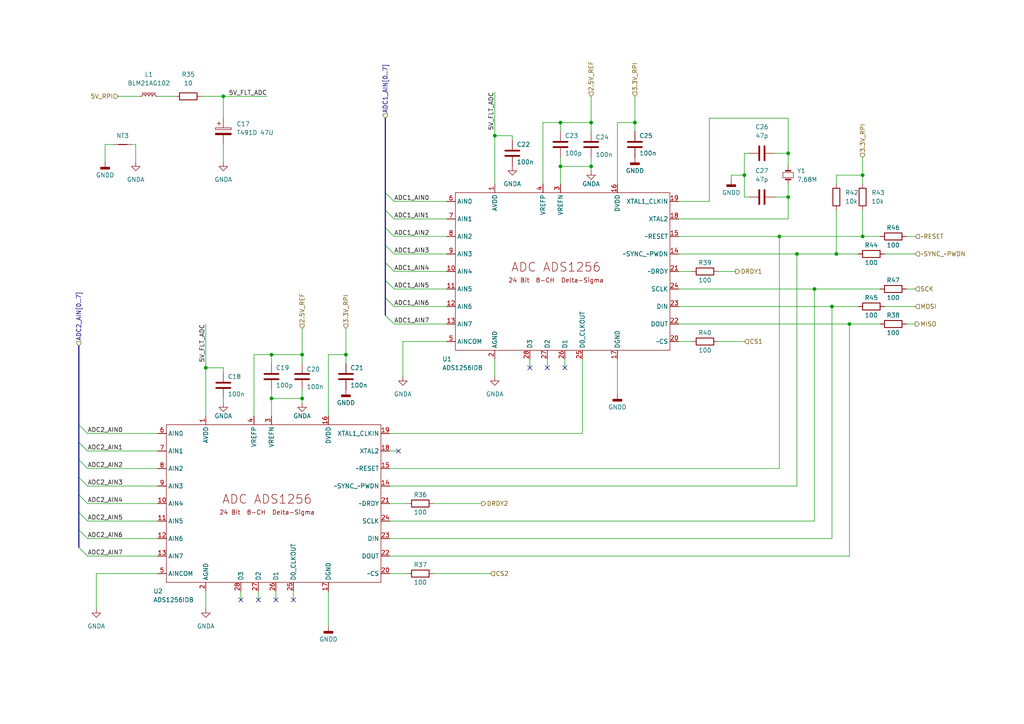
<source format=kicad_sch>
(kicad_sch (version 20211123) (generator eeschema)
  (paper "A4")
  (title_block (title "ADC Circuit") (date "2022-05-02") (rev "0.2.1") (company "U. Lukas"))
  (lib_symbols
    (symbol "Device:C" (pin_numbers hide) (pin_names (offset 0.254))
      (property "Reference" "C" (at 0.635 2.54 0))
      (property "Value" "C" (at 0.635 -2.54 0))
      (symbol "C_0_1"
        (polyline (pts (xy -2.032 -0.762) (xy 2.032 -0.762)) (stroke (width 0.508)))
        (polyline (pts (xy -2.032 0.762) (xy 2.032 0.762)) (stroke (width 0.508)))
      )
      (symbol "C_1_1"
        (pin passive line (at 0 3.81 270) (length 2.794) (name "~") (number "1"))
        (pin passive line (at 0 -3.81 90) (length 2.794) (name "~") (number "2"))
      )
    )
    (symbol "Device:C_Polarized" (pin_numbers hide) (pin_names (offset 0.254))
      (property "Reference" "C" (at 0.635 2.54 0))
      (property "Value" "C_Polarized" (at 0.635 -2.54 0))
      (symbol "C_Polarized_0_1"
        (rectangle (start -2.286 0.508) (end 2.286 1.016))
        (polyline (pts (xy -1.778 2.286) (xy -0.762 2.286)))
        (polyline (pts (xy -1.27 2.794) (xy -1.27 1.778)))
        (rectangle (start 2.286 -0.508) (end -2.286 -1.016) (fill (type outline)))
      )
      (symbol "C_Polarized_1_1"
        (pin passive line (at 0 3.81 270) (length 2.794) (name "~") (number "1"))
        (pin passive line (at 0 -3.81 90) (length 2.794) (name "~") (number "2"))
      )
    )
    (symbol "Device:Crystal_Small" (pin_numbers hide) (pin_names (offset 1.016) hide)
      (property "Reference" "Y" (at 0 2.54 0))
      (property "Value" "Crystal_Small" (at 0 -2.54 0))
      (symbol "Crystal_Small_0_1"
        (rectangle (start -0.762 -1.524) (end 0.762 1.524))
        (polyline (pts (xy -1.27 -0.762) (xy -1.27 0.762)) (stroke (width 0.381)))
        (polyline (pts (xy 1.27 -0.762) (xy 1.27 0.762)) (stroke (width 0.381)))
      )
      (symbol "Crystal_Small_1_1"
        (pin passive line (at -2.54 0 0) (length 1.27) (name "1") (number "1"))
        (pin passive line (at 2.54 0 180) (length 1.27) (name "2") (number "2"))
      )
    )
    (symbol "Device:L_Ferrite_Small" (pin_numbers hide) (pin_names (offset 0.254) hide)
      (property "Reference" "L" (at 1.27 1.016 0))
      (property "Value" "L_Ferrite_Small" (at 1.27 -1.27 0))
      (symbol "L_Ferrite_Small_0_1"
        (arc (start 0 -2.032) (mid 0.508 -1.524) (end 0 -1.016))
        (arc (start 0 -1.016) (mid 0.508 -0.508) (end 0 0))
        (polyline (pts (xy 0.762 -1.905) (xy 0.762 -1.651)))
        (polyline (pts (xy 0.762 -1.397) (xy 0.762 -1.143)))
        (polyline (pts (xy 0.762 -0.889) (xy 0.762 -0.635)))
        (polyline (pts (xy 0.762 -0.381) (xy 0.762 -0.127)))
        (polyline (pts (xy 0.762 0.127) (xy 0.762 0.381)))
        (polyline (pts (xy 0.762 0.635) (xy 0.762 0.889)))
        (polyline (pts (xy 0.762 1.143) (xy 0.762 1.397)))
        (polyline (pts (xy 0.762 1.651) (xy 0.762 1.905)))
        (polyline (pts (xy 1.016 -1.651) (xy 1.016 -1.905)))
        (polyline (pts (xy 1.016 -1.143) (xy 1.016 -1.397)))
        (polyline (pts (xy 1.016 -0.635) (xy 1.016 -0.889)))
        (polyline (pts (xy 1.016 -0.127) (xy 1.016 -0.381)))
        (polyline (pts (xy 1.016 0.381) (xy 1.016 0.127)))
        (polyline (pts (xy 1.016 0.889) (xy 1.016 0.635)))
        (polyline (pts (xy 1.016 1.397) (xy 1.016 1.143)))
        (polyline (pts (xy 1.016 1.905) (xy 1.016 1.651)))
        (arc (start 0 0) (mid 0.508 0.508) (end 0 1.016))
        (arc (start 0 1.016) (mid 0.508 1.524) (end 0 2.032))
      )
      (symbol "L_Ferrite_Small_1_1"
        (pin passive line (at 0 2.54 270) (length 0.508) (name "~") (number "1"))
        (pin passive line (at 0 -2.54 90) (length 0.508) (name "~") (number "2"))
      )
    )
    (symbol "Device:NetTie_2" (pin_numbers hide) (pin_names (offset 0) hide)
      (property "Reference" "NT" (at 0 1.27 0))
      (property "Value" "NetTie_2" (at 0 -1.27 0))
      (symbol "NetTie_2_0_1"
        (polyline (pts (xy -1.27 0) (xy 1.27 0)) (stroke (width 0.254)))
      )
      (symbol "NetTie_2_1_1"
        (pin passive line (at -2.54 0 0) (length 2.54) (name "1") (number "1"))
        (pin passive line (at 2.54 0 180) (length 2.54) (name "2") (number "2"))
      )
    )
    (symbol "Device:R" (pin_numbers hide) (pin_names (offset 0))
      (property "Reference" "R" (at 2.032 0 90))
      (property "Value" "R" (at 0 0 90))
      (symbol "R_0_1"
        (rectangle (start -1.016 -2.54) (end 1.016 2.54) (stroke (width 0.254)))
      )
      (symbol "R_1_1"
        (pin passive line (at 0 3.81 270) (length 1.27) (name "~") (number "1"))
        (pin passive line (at 0 -3.81 90) (length 1.27) (name "~") (number "2"))
      )
    )
    (symbol "lib_ul:ADS1256IDB"
      (property "Reference" "U" (at 25.4 -24.13 0))
      (property "Value" "ADS1256IDB" (at 30.48 -26.67 0))
      (symbol "ADS1256IDB_0_0"
        (text "24 Bit  8-CH  Delta-Sigma" (at 0 -1.27 0) (effects (font (size 1.27 1.27))))
        (text "ADC ADS1256" (at 0 2.54 0) (effects (font (size 2.54 2.54))))
      )
      (symbol "ADS1256IDB_0_1"
        (rectangle (start -29.21 24.13) (end 33.02 -21.59))
      )
      (symbol "ADS1256IDB_1_1"
        (pin power_in line (at -17.78 26.67 270) (length 2.54) (name "AVDD") (number "1"))
        (pin input line (at -31.75 1.27 0) (length 2.54) (name "AIN4") (number "10"))
        (pin input line (at -31.75 -3.81 0) (length 2.54) (name "AIN5") (number "11"))
        (pin input line (at -31.75 -8.89 0) (length 2.54) (name "AIN6") (number "12"))
        (pin input line (at -31.75 -13.97 0) (length 2.54) (name "AIN7") (number "13"))
        (pin input line (at 35.56 6.35 180) (length 2.54) (name "~SYNC_~PWDN") (number "14"))
        (pin input line (at 35.56 11.43 180) (length 2.54) (name "~RESET") (number "15"))
        (pin power_in line (at 17.78 26.67 270) (length 2.54) (name "DVDD") (number "16"))
        (pin passive line (at 17.78 -24.13 90) (length 2.54) (name "DGND") (number "17"))
        (pin passive line (at 35.56 16.51 180) (length 2.54) (name "XTAL2") (number "18"))
        (pin passive line (at 35.56 21.59 180) (length 2.54) (name "XTAL1_CLKIN") (number "19"))
        (pin passive line (at -17.78 -24.13 90) (length 2.54) (name "AGND") (number "2"))
        (pin input line (at 35.56 -19.05 180) (length 2.54) (name "~CS") (number "20"))
        (pin output line (at 35.56 1.27 180) (length 2.54) (name "~DRDY") (number "21"))
        (pin output line (at 35.56 -13.97 180) (length 2.54) (name "DOUT") (number "22"))
        (pin input line (at 35.56 -8.89 180) (length 2.54) (name "DIN") (number "23"))
        (pin input line (at 35.56 -3.81 180) (length 2.54) (name "SCLK") (number "24"))
        (pin output line (at 7.62 -24.13 90) (length 2.54) (name "D0_CLKOUT") (number "25"))
        (pin output line (at 2.54 -24.13 90) (length 2.54) (name "D1") (number "26"))
        (pin output line (at -2.54 -24.13 90) (length 2.54) (name "D2") (number "27"))
        (pin output line (at -7.62 -24.13 90) (length 2.54) (name "D3") (number "28"))
        (pin input line (at 1.27 26.67 270) (length 2.54) (name "VREFN") (number "3"))
        (pin input line (at -3.81 26.67 270) (length 2.54) (name "VREFP") (number "4"))
        (pin input line (at -31.75 -19.05 0) (length 2.54) (name "AINCOM") (number "5"))
        (pin input line (at -31.75 21.59 0) (length 2.54) (name "AIN0") (number "6"))
        (pin input line (at -31.75 16.51 0) (length 2.54) (name "AIN1") (number "7"))
        (pin input line (at -31.75 11.43 0) (length 2.54) (name "AIN2") (number "8"))
        (pin input line (at -31.75 6.35 0) (length 2.54) (name "AIN3") (number "9"))
      )
    )
    (symbol "power:GNDA" (power) (pin_names (offset 0))
      (property "Value" "GNDA" (at 0 -3.81 0))
      (symbol "GNDA_0_1"
        (polyline (pts (xy 0 0) (xy 0 -1.27) (xy 1.27 -1.27) (xy 0 -2.54) (xy -1.27 -1.27) (xy 0 -1.27)))
      )
      (symbol "GNDA_1_1"
        (pin power_in line (at 0 0 270) (length 0) hide (name "GNDA") (number "1"))
      )
    )
    (symbol "power:GNDD" (power) (pin_names (offset 0))
      (property "Value" "GNDD" (at 0 -3.175 0))
      (symbol "GNDD_0_1"
        (rectangle (start -1.27 -1.524) (end 1.27 -2.032) (stroke (width 0.254)) (fill (type outline)))
        (polyline (pts (xy 0 0) (xy 0 -1.524)))
      )
      (symbol "GNDD_1_1"
        (pin power_in line (at 0 0 270) (length 0) hide (name "GNDD") (number "1"))
      )
    )
  )
  (junction (at 78.74 115.57))
  (junction (at 78.74 102.87))
  (junction (at 228.6 57.15))
  (junction (at 250.19 68.58))
  (junction (at 184.15 35.56))
  (junction (at 231.14 73.66))
  (junction (at 87.63 115.57))
  (junction (at 242.57 73.66))
  (junction (at 171.45 35.56))
  (junction (at 87.63 102.87))
  (junction (at 162.56 35.56))
  (junction (at 215.9 50.8))
  (junction (at 162.56 48.26))
  (junction (at 64.77 27.94))
  (junction (at 246.38 93.98))
  (junction (at 59.69 106.68))
  (junction (at 241.3 88.9))
  (junction (at 100.33 102.87))
  (junction (at 236.22 83.82))
  (junction (at 226.06 68.58))
  (junction (at 143.51 39.37))
  (junction (at 228.6 44.45))
  (junction (at 171.45 48.26))
  (junction (at 250.19 50.8))
  (no_connect (at 85.09 173.99))
  (no_connect (at 115.57 130.81))
  (no_connect (at 69.85 173.99))
  (no_connect (at 158.75 106.68))
  (no_connect (at 80.01 173.99))
  (no_connect (at 74.93 173.99))
  (no_connect (at 163.83 106.68))
  (no_connect (at 153.67 106.68))
  (bus_entry (at 22.86 153.67) (size 2.54 2.54))
  (bus_entry (at 22.86 148.59) (size 2.54 2.54))
  (bus_entry (at 111.76 81.28) (size 2.54 2.54))
  (bus_entry (at 22.86 138.43) (size 2.54 2.54))
  (bus_entry (at 22.86 128.27) (size 2.54 2.54))
  (bus_entry (at 111.76 91.44) (size 2.54 2.54))
  (bus_entry (at 111.76 76.2) (size 2.54 2.54))
  (bus_entry (at 111.76 60.96) (size 2.54 2.54))
  (bus_entry (at 22.86 143.51) (size 2.54 2.54))
  (bus_entry (at 22.86 123.19) (size 2.54 2.54))
  (bus_entry (at 22.86 158.75) (size 2.54 2.54))
  (bus_entry (at 111.76 71.12) (size 2.54 2.54))
  (bus_entry (at 111.76 66.04) (size 2.54 2.54))
  (bus_entry (at 22.86 133.35) (size 2.54 2.54))
  (bus_entry (at 111.76 86.36) (size 2.54 2.54))
  (bus_entry (at 111.76 55.88) (size 2.54 2.54))
  (wire (pts (xy 59.69 93.98) (xy 59.69 106.68)))
  (wire (pts (xy 116.84 99.06) (xy 129.54 99.06)))
  (wire (pts (xy 246.38 161.29) (xy 246.38 93.98)))
  (wire (pts (xy 148.59 39.37) (xy 143.51 39.37)))
  (wire (pts (xy 158.75 106.68) (xy 158.75 104.14)))
  (wire (pts (xy 228.6 44.45) (xy 228.6 34.29)))
  (wire (pts (xy 64.77 116.84) (xy 64.77 115.57)))
  (wire (pts (xy 215.9 50.8) (xy 212.09 50.8)))
  (wire (pts (xy 212.09 50.8) (xy 212.09 52.07)))
  (wire (pts (xy 262.89 83.82) (xy 265.43 83.82)))
  (wire (pts (xy 38.1 41.91) (xy 39.37 41.91)))
  (wire (pts (xy 205.74 34.29) (xy 228.6 34.29)))
  (bus (pts (xy 22.86 128.27) (xy 22.86 133.35)))
  (wire (pts (xy 143.51 26.67) (xy 143.51 39.37)))
  (wire (pts (xy 162.56 48.26) (xy 162.56 53.34)))
  (wire (pts (xy 25.4 135.89) (xy 45.72 135.89)))
  (wire (pts (xy 179.07 35.56) (xy 184.15 35.56)))
  (wire (pts (xy 69.85 173.99) (xy 69.85 171.45)))
  (wire (pts (xy 162.56 45.72) (xy 162.56 48.26)))
  (wire (pts (xy 78.74 102.87) (xy 87.63 102.87)))
  (wire (pts (xy 113.03 166.37) (xy 118.11 166.37)))
  (wire (pts (xy 45.72 27.94) (xy 50.8 27.94)))
  (wire (pts (xy 231.14 73.66) (xy 242.57 73.66)))
  (wire (pts (xy 148.59 40.64) (xy 148.59 39.37)))
  (wire (pts (xy 236.22 83.82) (xy 255.27 83.82)))
  (bus (pts (xy 22.86 138.43) (xy 22.86 143.51)))
  (bus (pts (xy 111.76 34.29) (xy 111.76 55.88)))
  (wire (pts (xy 59.69 106.68) (xy 59.69 120.65)))
  (wire (pts (xy 196.85 78.74) (xy 200.66 78.74)))
  (wire (pts (xy 262.89 93.98) (xy 265.43 93.98)))
  (wire (pts (xy 215.9 57.15) (xy 215.9 50.8)))
  (wire (pts (xy 242.57 73.66) (xy 248.92 73.66)))
  (wire (pts (xy 25.4 146.05) (xy 45.72 146.05)))
  (wire (pts (xy 59.69 176.53) (xy 59.69 171.45)))
  (wire (pts (xy 30.48 46.99) (xy 30.48 41.91)))
  (wire (pts (xy 85.09 173.99) (xy 85.09 171.45)))
  (wire (pts (xy 143.51 39.37) (xy 143.51 53.34)))
  (wire (pts (xy 64.77 46.99) (xy 64.77 41.91)))
  (wire (pts (xy 64.77 107.95) (xy 64.77 106.68)))
  (wire (pts (xy 205.74 58.42) (xy 196.85 58.42)))
  (bus (pts (xy 111.76 60.96) (xy 111.76 66.04)))
  (wire (pts (xy 95.25 102.87) (xy 95.25 120.65)))
  (bus (pts (xy 22.86 133.35) (xy 22.86 138.43)))
  (wire (pts (xy 113.03 140.97) (xy 231.14 140.97)))
  (wire (pts (xy 256.54 88.9) (xy 265.43 88.9)))
  (bus (pts (xy 22.86 148.59) (xy 22.86 153.67)))
  (wire (pts (xy 171.45 45.72) (xy 171.45 48.26)))
  (wire (pts (xy 80.01 173.99) (xy 80.01 171.45)))
  (wire (pts (xy 25.4 140.97) (xy 45.72 140.97)))
  (wire (pts (xy 157.48 35.56) (xy 162.56 35.56)))
  (bus (pts (xy 111.76 86.36) (xy 111.76 91.44)))
  (wire (pts (xy 114.3 73.66) (xy 129.54 73.66)))
  (wire (pts (xy 143.51 109.22) (xy 143.51 104.14)))
  (wire (pts (xy 228.6 53.34) (xy 228.6 57.15)))
  (wire (pts (xy 205.74 34.29) (xy 205.74 58.42)))
  (wire (pts (xy 242.57 60.96) (xy 242.57 73.66)))
  (wire (pts (xy 196.85 73.66) (xy 231.14 73.66)))
  (wire (pts (xy 196.85 99.06) (xy 200.66 99.06)))
  (wire (pts (xy 113.03 125.73) (xy 168.91 125.73)))
  (wire (pts (xy 250.19 60.96) (xy 250.19 68.58)))
  (wire (pts (xy 34.29 27.94) (xy 40.64 27.94)))
  (wire (pts (xy 25.4 161.29) (xy 45.72 161.29)))
  (wire (pts (xy 228.6 57.15) (xy 228.6 63.5)))
  (wire (pts (xy 171.45 27.94) (xy 171.45 35.56)))
  (wire (pts (xy 100.33 102.87) (xy 100.33 105.41)))
  (wire (pts (xy 25.4 151.13) (xy 45.72 151.13)))
  (wire (pts (xy 87.63 95.25) (xy 87.63 102.87)))
  (wire (pts (xy 114.3 63.5) (xy 129.54 63.5)))
  (wire (pts (xy 250.19 68.58) (xy 255.27 68.58)))
  (wire (pts (xy 95.25 181.61) (xy 95.25 171.45)))
  (wire (pts (xy 162.56 35.56) (xy 171.45 35.56)))
  (wire (pts (xy 114.3 58.42) (xy 129.54 58.42)))
  (wire (pts (xy 30.48 41.91) (xy 33.02 41.91)))
  (wire (pts (xy 262.89 68.58) (xy 265.43 68.58)))
  (wire (pts (xy 113.03 161.29) (xy 246.38 161.29)))
  (wire (pts (xy 250.19 50.8) (xy 250.19 53.34)))
  (wire (pts (xy 171.45 48.26) (xy 171.45 49.53)))
  (wire (pts (xy 113.03 135.89) (xy 226.06 135.89)))
  (wire (pts (xy 171.45 35.56) (xy 171.45 38.1)))
  (wire (pts (xy 231.14 140.97) (xy 231.14 73.66)))
  (wire (pts (xy 58.42 27.94) (xy 64.77 27.94)))
  (bus (pts (xy 22.86 143.51) (xy 22.86 148.59)))
  (wire (pts (xy 114.3 78.74) (xy 129.54 78.74)))
  (wire (pts (xy 168.91 104.14) (xy 168.91 125.73)))
  (wire (pts (xy 87.63 113.03) (xy 87.63 115.57)))
  (wire (pts (xy 27.94 166.37) (xy 27.94 176.53)))
  (wire (pts (xy 125.73 166.37) (xy 142.24 166.37)))
  (bus (pts (xy 111.76 66.04) (xy 111.76 71.12)))
  (wire (pts (xy 113.03 146.05) (xy 118.11 146.05)))
  (wire (pts (xy 78.74 115.57) (xy 78.74 120.65)))
  (wire (pts (xy 64.77 27.94) (xy 64.77 34.29)))
  (wire (pts (xy 115.57 130.81) (xy 113.03 130.81)))
  (wire (pts (xy 113.03 156.21) (xy 241.3 156.21)))
  (wire (pts (xy 236.22 151.13) (xy 236.22 83.82)))
  (wire (pts (xy 162.56 38.1) (xy 162.56 35.56)))
  (wire (pts (xy 153.67 106.68) (xy 153.67 104.14)))
  (wire (pts (xy 25.4 130.81) (xy 45.72 130.81)))
  (wire (pts (xy 74.93 173.99) (xy 74.93 171.45)))
  (wire (pts (xy 25.4 125.73) (xy 45.72 125.73)))
  (wire (pts (xy 162.56 48.26) (xy 171.45 48.26)))
  (wire (pts (xy 157.48 35.56) (xy 157.48 53.34)))
  (wire (pts (xy 100.33 95.25) (xy 100.33 102.87)))
  (wire (pts (xy 113.03 151.13) (xy 236.22 151.13)))
  (wire (pts (xy 215.9 44.45) (xy 215.9 50.8)))
  (wire (pts (xy 116.84 99.06) (xy 116.84 109.22)))
  (bus (pts (xy 111.76 55.88) (xy 111.76 60.96)))
  (bus (pts (xy 111.76 81.28) (xy 111.76 86.36)))
  (wire (pts (xy 226.06 135.89) (xy 226.06 68.58)))
  (wire (pts (xy 196.85 93.98) (xy 246.38 93.98)))
  (wire (pts (xy 114.3 83.82) (xy 129.54 83.82)))
  (wire (pts (xy 250.19 45.72) (xy 250.19 50.8)))
  (wire (pts (xy 87.63 102.87) (xy 87.63 105.41)))
  (wire (pts (xy 246.38 93.98) (xy 255.27 93.98)))
  (wire (pts (xy 125.73 146.05) (xy 139.7 146.05)))
  (wire (pts (xy 226.06 68.58) (xy 250.19 68.58)))
  (wire (pts (xy 196.85 88.9) (xy 241.3 88.9)))
  (wire (pts (xy 78.74 113.03) (xy 78.74 115.57)))
  (wire (pts (xy 27.94 166.37) (xy 45.72 166.37)))
  (wire (pts (xy 196.85 68.58) (xy 226.06 68.58)))
  (wire (pts (xy 179.07 114.3) (xy 179.07 104.14)))
  (bus (pts (xy 22.86 123.19) (xy 22.86 128.27)))
  (bus (pts (xy 111.76 76.2) (xy 111.76 81.28)))
  (wire (pts (xy 184.15 27.94) (xy 184.15 35.56)))
  (wire (pts (xy 78.74 115.57) (xy 87.63 115.57)))
  (wire (pts (xy 242.57 50.8) (xy 250.19 50.8)))
  (bus (pts (xy 111.76 71.12) (xy 111.76 76.2)))
  (wire (pts (xy 87.63 115.57) (xy 87.63 116.84)))
  (wire (pts (xy 114.3 93.98) (xy 129.54 93.98)))
  (wire (pts (xy 256.54 73.66) (xy 265.43 73.66)))
  (wire (pts (xy 179.07 35.56) (xy 179.07 53.34)))
  (bus (pts (xy 22.86 153.67) (xy 22.86 158.75)))
  (wire (pts (xy 241.3 88.9) (xy 248.92 88.9)))
  (wire (pts (xy 217.17 44.45) (xy 215.9 44.45)))
  (wire (pts (xy 242.57 50.8) (xy 242.57 53.34)))
  (wire (pts (xy 217.17 57.15) (xy 215.9 57.15)))
  (wire (pts (xy 73.66 102.87) (xy 78.74 102.87)))
  (wire (pts (xy 64.77 106.68) (xy 59.69 106.68)))
  (wire (pts (xy 114.3 68.58) (xy 129.54 68.58)))
  (bus (pts (xy 22.86 100.33) (xy 22.86 123.19)))
  (wire (pts (xy 184.15 35.56) (xy 184.15 38.1)))
  (wire (pts (xy 228.6 48.26) (xy 228.6 44.45)))
  (wire (pts (xy 196.85 63.5) (xy 228.6 63.5)))
  (wire (pts (xy 196.85 83.82) (xy 236.22 83.82)))
  (wire (pts (xy 224.79 44.45) (xy 228.6 44.45)))
  (wire (pts (xy 25.4 156.21) (xy 45.72 156.21)))
  (wire (pts (xy 95.25 102.87) (xy 100.33 102.87)))
  (wire (pts (xy 224.79 57.15) (xy 228.6 57.15)))
  (wire (pts (xy 39.37 41.91) (xy 39.37 46.99)))
  (wire (pts (xy 114.3 88.9) (xy 129.54 88.9)))
  (wire (pts (xy 208.28 78.74) (xy 213.36 78.74)))
  (wire (pts (xy 73.66 102.87) (xy 73.66 120.65)))
  (wire (pts (xy 163.83 106.68) (xy 163.83 104.14)))
  (wire (pts (xy 241.3 156.21) (xy 241.3 88.9)))
  (wire (pts (xy 64.77 27.94) (xy 77.47 27.94)))
  (wire (pts (xy 208.28 99.06) (xy 215.9 99.06)))
  (wire (pts (xy 78.74 105.41) (xy 78.74 102.87)))
  (label "ADC1_AIN2" (at 114.3 68.58 0))
  (label "ADC1_AIN4" (at 114.3 78.74 0))
  (label "5V_FLT_ADC" (at 59.69 93.98 270))
  (label "ADC2_AIN2" (at 25.4 135.89 0))
  (label "ADC2_AIN0" (at 25.4 125.73 0))
  (label "ADC1_AIN1" (at 114.3 63.5 0))
  (label "ADC1_AIN5" (at 114.3 83.82 0))
  (label "ADC2_AIN4" (at 25.4 146.05 0))
  (label "ADC2_AIN5" (at 25.4 151.13 0))
  (label "ADC2_AIN1" (at 25.4 130.81 0))
  (label "ADC1_AIN3" (at 114.3 73.66 0))
  (label "ADC2_AIN3" (at 25.4 140.97 0))
  (label "ADC1_AIN0" (at 114.3 58.42 0))
  (label "ADC2_AIN7" (at 25.4 161.29 0))
  (label "ADC1_AIN6" (at 114.3 88.9 0))
  (label "ADC2_AIN6" (at 25.4 156.21 0))
  (label "ADC1_AIN7" (at 114.3 93.98 0))
  (label "5V_FLT_ADC" (at 143.51 26.67 270))
  (label "5V_FLT_ADC" (at 77.47 27.94 180))
  (hierarchical_label "MOSI" (shape input) (at 265.43 88.9 0))
  (hierarchical_label "DRDY2" (shape output) (at 139.7 146.05 0))
  (hierarchical_label "3.3V_RPI" (shape input) (at 100.33 95.25 90))
  (hierarchical_label "~SYNC_~PWDN" (shape input) (at 265.43 73.66 0))
  (hierarchical_label "SCK" (shape input) (at 265.43 83.82 0))
  (hierarchical_label "3.3V_RPI" (shape input) (at 184.15 27.94 90))
  (hierarchical_label "CS1" (shape input) (at 215.9 99.06 0))
  (hierarchical_label "MISO" (shape output) (at 265.43 93.98 0))
  (hierarchical_label "~RESET" (shape input) (at 265.43 68.58 0))
  (hierarchical_label "2.5V_REF" (shape input) (at 87.63 95.25 90))
  (hierarchical_label "DRDY1" (shape output) (at 213.36 78.74 0))
  (hierarchical_label "3.3V_RPI" (shape input) (at 250.19 45.72 90))
  (hierarchical_label "5V_RPI" (shape input) (at 34.29 27.94 180))
  (hierarchical_label "ADC1_AIN[0..7]" (shape input) (at 111.76 34.29 90))
  (hierarchical_label "ADC2_AIN[0..7]" (shape input) (at 22.86 100.33 90))
  (hierarchical_label "2.5V_REF" (shape input) (at 171.45 27.94 90))
  (hierarchical_label "CS2" (shape input) (at 142.24 166.37 0))
  (symbol (lib_id "power:GNDA") (at 171.45 49.53 0) (unit 1)
    (property "Reference" "#PWR014" (effects hide))
    (property "Value" "GNDA" (at 171.45 53.34 0))
  )
  (symbol (lib_id "Device:L_Ferrite_Small") (at 43.18 27.94 90) (unit 1)
    (property "Reference" "L1" (at 43.18 21.59 90))
    (property "Value" "BLM21AG102" (at 43.18 24.13 90))
    (property "Footprint" "Inductor_SMD:L_0805_2012Metric" (effects hide))
  )
  (symbol (lib_id "Device:C") (at 148.59 44.45 0) (unit 1)
    (property "Reference" "C22" (at 149.86 41.91 0) (effects (justify left)))
    (property "Value" "100n" (at 149.86 46.99 0) (effects (justify left)))
    (property "Footprint" "Capacitor_SMD:C_0603_1608Metric" (effects hide))
  )
  (symbol (lib_id "Device:R") (at 259.08 83.82 90) (unit 1)
    (property "Reference" "R47" (at 259.08 81.28 90))
    (property "Value" "100" (at 259.08 86.36 90))
    (property "Footprint" "Resistor_SMD:R_0603_1608Metric" (effects hide))
  )
  (symbol (lib_id "Device:R") (at 204.47 78.74 90) (unit 1)
    (property "Reference" "R39" (at 204.47 76.2 90))
    (property "Value" "100" (at 204.47 81.28 90))
    (property "Footprint" "Resistor_SMD:R_0603_1608Metric" (effects hide))
  )
  (symbol (lib_id "Device:C") (at 162.56 41.91 0) (unit 1)
    (property "Reference" "C23" (at 163.83 39.37 0) (effects (justify left)))
    (property "Value" "100p" (at 163.83 44.45 0) (effects (justify left)))
    (property "Footprint" "Capacitor_SMD:C_0603_1608Metric" (effects hide))
  )
  (symbol (lib_id "Device:C") (at 78.74 109.22 0) (unit 1)
    (property "Reference" "C19" (at 80.01 106.68 0) (effects (justify left)))
    (property "Value" "100p" (at 80.01 111.76 0) (effects (justify left)))
    (property "Footprint" "Capacitor_SMD:C_0603_1608Metric" (effects hide))
  )
  (symbol (lib_id "Device:C") (at 100.33 109.22 0) (unit 1)
    (property "Reference" "C21" (at 101.6 106.68 0) (effects (justify left)))
    (property "Value" "100n" (at 101.6 111.76 0) (effects (justify left)))
    (property "Footprint" "Capacitor_SMD:C_0603_1608Metric" (effects hide))
  )
  (symbol (lib_id "Device:Crystal_Small") (at 228.6 50.8 90) (unit 1)
    (property "Reference" "Y1" (at 231.14 49.5299 90) (effects (justify right)))
    (property "Value" "7.68M" (at 231.14 52.0699 90) (effects (justify right)))
    (property "Footprint" "Crystal:Crystal_HC49-4H_Vertical" (effects hide))
  )
  (symbol (lib_id "power:GNDA") (at 59.69 176.53 0) (unit 1)
    (property "Reference" "#PWR06" (effects hide))
    (property "Value" "GNDA" (at 59.69 181.61 0))
  )
  (symbol (lib_id "lib_ul:ADS1256IDB") (at 77.47 147.32 0) (unit 1)
    (property "Reference" "U2" (at 44.45 171.45 0) (effects (justify left)))
    (property "Value" "ADS1256IDB" (at 44.45 173.99 0) (effects (justify left)))
    (property "Footprint" "Package_SO:SSOP-28_5.3x10.2mm_P0.65mm" (effects hide))
    (property "Datasheet" "https://www.ti.com/lit/gpn/ads1255" (effects hide))
  )
  (symbol (lib_id "power:GNDA") (at 64.77 46.99 0) (unit 1)
    (property "Reference" "#PWR07" (effects hide))
    (property "Value" "GNDA" (at 64.77 52.07 0))
  )
  (symbol (lib_id "Device:C") (at 220.98 44.45 90) (unit 1)
    (property "Reference" "C26" (at 220.98 36.83 90))
    (property "Value" "47p" (at 220.98 39.37 90))
    (property "Footprint" "Capacitor_SMD:C_0603_1608Metric" (effects hide))
  )
  (symbol (lib_id "power:GNDD") (at 179.07 114.3 0) (unit 1)
    (property "Reference" "#PWR015" (effects hide))
    (property "Value" "GNDD" (at 179.07 118.11 0))
  )
  (symbol (lib_id "Device:C") (at 87.63 109.22 0) (unit 1)
    (property "Reference" "C20" (at 88.9 107.1108 0) (effects (justify left)))
    (property "Value" "100n" (at 88.9 112.1908 0) (effects (justify left)))
    (property "Footprint" "Capacitor_SMD:C_0603_1608Metric" (effects hide))
  )
  (symbol (lib_id "Device:C") (at 184.15 41.91 0) (unit 1)
    (property "Reference" "C25" (at 185.42 39.37 0) (effects (justify left)))
    (property "Value" "100n" (at 185.42 44.45 0) (effects (justify left)))
    (property "Footprint" "Capacitor_SMD:C_0603_1608Metric" (effects hide))
  )
  (symbol (lib_id "power:GNDA") (at 39.37 46.99 0) (unit 1)
    (property "Reference" "#PWR05" (effects hide))
    (property "Value" "GNDA" (at 39.37 52.07 0))
  )
  (symbol (lib_id "power:GNDA") (at 87.63 116.84 0) (unit 1)
    (property "Reference" "#PWR09" (effects hide))
    (property "Value" "GNDA" (at 87.63 120.65 0))
  )
  (symbol (lib_id "power:GNDD") (at 30.48 46.99 0) (unit 1)
    (property "Reference" "#PWR04" (effects hide))
    (property "Value" "GNDD" (at 30.48 50.8 0))
  )
  (symbol (lib_id "Device:R") (at 121.92 166.37 90) (unit 1)
    (property "Reference" "R37" (at 121.92 163.83 90))
    (property "Value" "100" (at 121.92 168.91 90))
    (property "Footprint" "Resistor_SMD:R_0603_1608Metric" (effects hide))
  )
  (symbol (lib_id "Device:NetTie_2") (at 35.56 41.91 0) (unit 1)
    (property "Reference" "NT3" (at 35.56 39.37 0))
    (property "Value" "NetTie_2" (effects hide))
    (property "Footprint" "NetTie:NetTie-2_SMD_Pad0.5mm" (effects hide))
  )
  (symbol (lib_id "lib_ul:ADS1256IDB") (at 161.29 80.01 0) (unit 1)
    (property "Reference" "U1" (at 128.27 104.14 0) (effects (justify left)))
    (property "Value" "ADS1256IDB" (at 128.27 106.68 0) (effects (justify left)))
    (property "Footprint" "Package_SO:SSOP-28_5.3x10.2mm_P0.65mm" (effects hide))
    (property "Datasheet" "https://www.ti.com/lit/gpn/ads1255" (effects hide))
  )
  (symbol (lib_id "Device:R") (at 259.08 93.98 90) (unit 1)
    (property "Reference" "R38" (at 259.08 91.44 90))
    (property "Value" "100" (at 259.08 96.52 90))
    (property "Footprint" "Resistor_SMD:R_0603_1608Metric" (effects hide))
  )
  (symbol (lib_id "power:GNDD") (at 184.15 45.72 0) (unit 1)
    (property "Reference" "#PWR016" (effects hide))
    (property "Value" "GNDD" (at 184.15 49.53 0))
  )
  (symbol (lib_id "power:GNDD") (at 100.33 113.03 0) (unit 1)
    (property "Reference" "#PWR011" (effects hide))
    (property "Value" "GNDD" (at 100.33 116.84 0))
  )
  (symbol (lib_id "Device:R") (at 121.92 146.05 90) (unit 1)
    (property "Reference" "R36" (at 121.92 143.51 90))
    (property "Value" "100" (at 121.92 148.59 90))
    (property "Footprint" "Resistor_SMD:R_0603_1608Metric" (effects hide))
  )
  (symbol (lib_id "Device:R") (at 242.57 57.15 180) (unit 1)
    (property "Reference" "R42" (at 245.11 55.8799 0) (effects (justify right)))
    (property "Value" "10k" (at 245.11 58.4199 0) (effects (justify right)))
    (property "Footprint" "Resistor_SMD:R_0603_1608Metric" (effects hide))
  )
  (symbol (lib_id "Device:R") (at 259.08 68.58 90) (unit 1)
    (property "Reference" "R46" (at 259.08 66.04 90))
    (property "Value" "100" (at 259.08 71.12 90))
    (property "Footprint" "Resistor_SMD:R_0603_1608Metric" (effects hide))
  )
  (symbol (lib_id "Device:R") (at 252.73 88.9 90) (unit 1)
    (property "Reference" "R45" (at 252.73 86.36 90))
    (property "Value" "100" (at 252.73 91.44 90))
    (property "Footprint" "Resistor_SMD:R_0603_1608Metric" (effects hide))
  )
  (symbol (lib_id "Device:R") (at 54.61 27.94 90) (unit 1)
    (property "Reference" "R35" (at 54.61 21.59 90))
    (property "Value" "10" (at 54.61 24.13 90))
    (property "Footprint" "Resistor_SMD:R_0603_1608Metric" (effects hide))
  )
  (symbol (lib_id "Device:C") (at 171.45 41.91 0) (unit 1)
    (property "Reference" "C24" (at 172.72 39.8008 0) (effects (justify left)))
    (property "Value" "100n" (at 172.72 44.8808 0) (effects (justify left)))
    (property "Footprint" "Capacitor_SMD:C_0603_1608Metric" (effects hide))
  )
  (symbol (lib_id "Device:R") (at 204.47 99.06 90) (unit 1)
    (property "Reference" "R40" (at 204.47 96.52 90))
    (property "Value" "100" (at 204.47 101.6 90))
    (property "Footprint" "Resistor_SMD:R_0603_1608Metric" (effects hide))
  )
  (symbol (lib_id "power:GNDA") (at 116.84 109.22 0) (unit 1)
    (property "Reference" "#PWR0101" (effects hide))
    (property "Value" "GNDA" (at 116.84 114.3 0))
  )
  (symbol (lib_id "Device:C_Polarized") (at 64.77 38.1 0) (unit 1)
    (property "Reference" "C17" (at 68.58 35.9409 0) (effects (justify left)))
    (property "Value" "T491D 47U" (at 68.58 38.4809 0) (effects (justify left)))
    (property "Footprint" "Capacitor_Tantalum_SMD:CP_EIA-7343-31_Kemet-D" (effects hide))
  )
  (symbol (lib_id "power:GNDA") (at 64.77 116.84 0) (unit 1)
    (property "Reference" "#PWR08" (effects hide))
    (property "Value" "GNDA" (at 64.77 120.65 0))
  )
  (symbol (lib_id "Device:C") (at 64.77 111.76 0) (unit 1)
    (property "Reference" "C18" (at 66.04 109.22 0) (effects (justify left)))
    (property "Value" "100n" (at 66.04 114.3 0) (effects (justify left)))
    (property "Footprint" "Capacitor_SMD:C_0603_1608Metric" (effects hide))
  )
  (symbol (lib_id "power:GNDA") (at 27.94 176.53 0) (unit 1)
    (property "Reference" "#PWR0102" (effects hide))
    (property "Value" "GNDA" (at 27.94 181.61 0))
  )
  (symbol (lib_id "power:GNDA") (at 143.51 109.22 0) (unit 1)
    (property "Reference" "#PWR012" (effects hide))
    (property "Value" "GNDA" (at 143.51 114.3 0))
  )
  (symbol (lib_id "Device:C") (at 220.98 57.15 90) (unit 1)
    (property "Reference" "C27" (at 220.98 49.53 90))
    (property "Value" "47p" (at 220.98 52.07 90))
    (property "Footprint" "Capacitor_SMD:C_0603_1608Metric" (effects hide))
  )
  (symbol (lib_id "power:GNDD") (at 212.09 52.07 0) (unit 1)
    (property "Reference" "#PWR017" (effects hide))
    (property "Value" "GNDD" (at 212.09 55.88 0))
  )
  (symbol (lib_id "Device:R") (at 252.73 73.66 90) (unit 1)
    (property "Reference" "R44" (at 252.73 71.12 90))
    (property "Value" "100" (at 252.73 76.2 90))
    (property "Footprint" "Resistor_SMD:R_0603_1608Metric" (effects hide))
  )
  (symbol (lib_id "Device:R") (at 250.19 57.15 180) (unit 1)
    (property "Reference" "R43" (at 252.73 55.8799 0) (effects (justify right)))
    (property "Value" "10k" (at 252.73 58.4199 0) (effects (justify right)))
    (property "Footprint" "Resistor_SMD:R_0603_1608Metric" (effects hide))
  )
  (symbol (lib_id "power:GNDD") (at 95.25 181.61 0) (unit 1)
    (property "Reference" "#PWR010" (effects hide))
    (property "Value" "GNDD" (at 95.25 185.42 0))
  )
  (symbol (lib_id "power:GNDA") (at 148.59 48.26 0) (unit 1)
    (property "Reference" "#PWR013" (effects hide))
    (property "Value" "GNDA" (at 148.59 53.34 0))
  )
)
</source>
